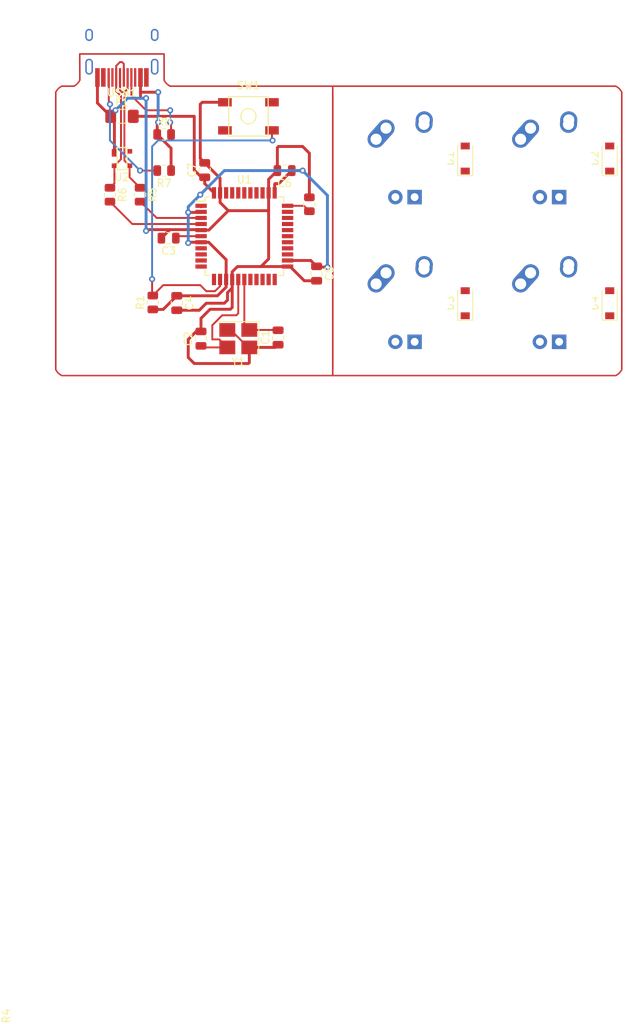
<source format=kicad_pcb>
(kicad_pcb (version 20211014) (generator pcbnew)
  (layers (0 "F.Cu" signal) (31 "B.Cu" signal) (34 "B.Paste" user) (35 "F.Paste" user) (36 "B.SilkS" user "B.Silkscreen") (37 "F.SilkS" user "F.Silkscreen") (38 "B.Mask" user) (39 "F.Mask" user) (44 "Edge.Cuts" user))
  (net 0 "")
  (net 1 "GND")
  (net 2 "Net-(C1-Pad2)")
  (net 3 "Net-(C2-Pad1)")
  (net 4 "Net-(C3-Pad1)")
  (net 5 "+5V")
  (net 6 "/ROW0")
  (net 7 "Net-(D1-Pad2)")
  (net 8 "Net-(D2-Pad2)")
  (net 9 "/ROW1")
  (net 10 "Net-(D3-Pad2)")
  (net 11 "Net-(D4-Pad2)")
  (net 12 "/COL0")
  (net 13 "/COL1")
  (net 14 "Net-(R1-Pad2)")
  (net 15 "Net-(R5-Pad2)")
  (net 16 "Net-(R4-Pad1)")
  (net 17 "Net-(R5-Pad1)")
  (net 18 "Net-(R6-Pad1)")
  (net 19 "Net-(R7-Pad2)")
  (net 20 "Net-(R6-Pad2)")
  (net 21 "Net-(R8-Pad2)")
  (net 22 "unconnected-(U1-Pad1)")
  (footprint "Capacitor_SMD:C_0805_2012Metric" (layer "F.Cu") (at 112.7125 71.4375 180)
    (fp_text reference "C6" (at 0 -1.68) (layer "F.SilkS"))
    (fp_text value "0.1uF")
    (fp_line (start -0.261252 0.735) (end 0.261252 0.735) (layer "F.SilkS") (width 0.12))
    (fp_line (start -0.261252 -0.735) (end 0.261252 -0.735) (layer "F.SilkS") (width 0.12))
    (pad "1" smd roundrect (at -0.95 0 180) (size 1 1.45) (layers "F.Cu" "F.Paste" "F.Mask") (net 5 "+5V"))
    (pad "2" smd roundrect (at 0.95 0 180) (size 1 1.45) (layers "F.Cu" "F.Paste" "F.Mask") (net 1 "GND"))
  )
  (footprint "Diode_SMD:D_SOD-123" (layer "F.Cu") (at 136.525 69.85 90)
    (fp_text reference "D1" (at 0 -2 90) (layer "F.SilkS"))
    (fp_text value "D_Small")
    (fp_line (start -2.25 -1) (end 1.65 -1) (layer "F.SilkS") (width 0.12))
    (fp_line (start -2.25 -1) (end -2.25 1) (layer "F.SilkS") (width 0.12))
    (fp_line (start -2.25 1) (end 1.65 1) (layer "F.SilkS") (width 0.12))
    (pad "1" smd rect (at -1.65 0 90) (size 0.9 1.2) (layers "F.Cu" "F.Paste" "F.Mask") (net 6 "/ROW0"))
    (pad "2" smd rect (at 1.65 0 90) (size 0.9 1.2) (layers "F.Cu" "F.Paste" "F.Mask") (net 7 "Net-(D1-Pad2)"))
  )
  (footprint "Resistor_SMD:R_0805_2012Metric" (layer "F.Cu") (at 89.69375 74.6125 -90)
    (fp_text reference "R6" (at 0 -1.65 90) (layer "F.SilkS"))
    (fp_text value "22")
    (fp_line (start -0.227064 0.735) (end 0.227064 0.735) (layer "F.SilkS") (width 0.12))
    (fp_line (start -0.227064 -0.735) (end 0.227064 -0.735) (layer "F.SilkS") (width 0.12))
    (pad "1" smd roundrect (at -0.9125 0 270) (size 1.025 1.4) (layers "F.Cu" "F.Paste" "F.Mask") (roundrect_rratio 0.243902) (net 18 "Net-(R6-Pad1)"))
    (pad "2" smd roundrect (at 0.9125 0 270) (size 1.025 1.4) (layers "F.Cu" "F.Paste" "F.Mask") (roundrect_rratio 0.243902) (net 20 "Net-(R6-Pad2)"))
  )
  (footprint "Capacitor_SMD:C_0805_2012Metric" (layer "F.Cu") (at 101.694463 93.563665 90)
    (fp_text reference "C2" (at 0 -1.68 90) (layer "F.SilkS"))
    (fp_text value "22pF")
    (fp_line (start -0.261252 0.735) (end 0.261252 0.735) (layer "F.SilkS") (width 0.12))
    (fp_line (start -0.261252 -0.735) (end 0.261252 -0.735) (layer "F.SilkS") (width 0.12))
    (pad "1" smd roundrect (at -0.95 0 90) (size 1 1.45) (layers "F.Cu" "F.Paste" "F.Mask") (net 3 "Net-(C2-Pad1)"))
    (pad "2" smd roundrect (at 0.95 0 90) (size 1 1.45) (layers "F.Cu" "F.Paste" "F.Mask") (net 1 "GND"))
  )
  (footprint "Crystal:Crystal_SMD_3225-4Pin_3.2x2.5mm_HandSoldering" (layer "F.Cu") (at 106.615713 93.566165 180)
    (fp_text reference "Y1" (at 0 -3.05) (layer "F.SilkS"))
    (fp_text value "16MHz")
    (fp_line (start -2.7 -2.25) (end -2.7 2.25) (layer "F.SilkS") (width 0.12))
    (fp_line (start -2.7 2.25) (end 2.7 2.25) (layer "F.SilkS") (width 0.12))
    (pad "1" smd rect (at -1.45 1.15 180) (size 2.1 1.8) (layers "F.Cu" "F.Paste" "F.Mask") (net 2 "Net-(C1-Pad2)"))
    (pad "2" smd rect (at 1.45 1.15 180) (size 2.1 1.8) (layers "F.Cu" "F.Paste" "F.Mask") (net 1 "GND"))
    (pad "3" smd rect (at 1.45 -1.15 180) (size 2.1 1.8) (layers "F.Cu" "F.Paste" "F.Mask") (net 3 "Net-(C2-Pad1)"))
    (pad "4" smd rect (at -1.45 -1.15 180) (size 2.1 1.8) (layers "F.Cu" "F.Paste" "F.Mask") (net 1 "GND"))
  )
  (footprint "Resistor_SMD:R_0805_2012Metric" (layer "F.Cu") (at 95.344463 88.803665 90)
    (fp_text reference "R1" (at 0 -1.65 90) (layer "F.SilkS"))
    (fp_text value "10k")
    (fp_line (start -0.227064 0.735) (end 0.227064 0.735) (layer "F.SilkS") (width 0.12))
    (fp_line (start -0.227064 -0.735) (end 0.227064 -0.735) (layer "F.SilkS") (width 0.12))
    (pad "1" smd roundrect (at -0.9125 0 90) (size 1.025 1.4) (layers "F.Cu" "F.Paste" "F.Mask") (roundrect_rratio 0.243902) (net 5 "+5V"))
    (pad "2" smd roundrect (at 0.9125 0 90) (size 1.025 1.4) (layers "F.Cu" "F.Paste" "F.Mask") (roundrect_rratio 0.243902) (net 14 "Net-(R1-Pad2)"))
  )
  (footprint "Resistor_SMD:R_0805_2012Metric" (layer "F.Cu") (at 96.8375 66.675)
    (fp_text reference "R8" (at 0 -1.65) (layer "F.SilkS"))
    (fp_text value "5.1k")
    (fp_line (start -0.227064 -0.735) (end 0.227064 -0.735) (layer "F.SilkS") (width 0.12))
    (fp_line (start -0.227064 0.735) (end 0.227064 0.735) (layer "F.SilkS") (width 0.12))
    (pad "1" smd roundrect (at -0.9125 0) (size 1.025 1.4) (layers "F.Cu" "F.Paste" "F.Mask") (roundrect_rratio 0.243902) (net 1 "GND"))
    (pad "2" smd roundrect (at 0.9125 0) (size 1.025 1.4) (layers "F.Cu" "F.Paste" "F.Mask") (roundrect_rratio 0.243902) (net 21 "Net-(R8-Pad2)"))
  )
  (footprint "Capacitor_SMD:C_0805_2012Metric" (layer "F.Cu") (at 111.854463 93.409915 90)
    (fp_text reference "C1" (at 0 -1.68 90) (layer "F.SilkS"))
    (fp_text value "22pF")
    (fp_line (start -0.261252 0.735) (end 0.261252 0.735) (layer "F.SilkS") (width 0.12))
    (fp_line (start -0.261252 -0.735) (end 0.261252 -0.735) (layer "F.SilkS") (width 0.12))
    (pad "1" smd roundrect (at -0.95 0 90) (size 1 1.45) (layers "F.Cu" "F.Paste" "F.Mask") (net 1 "GND"))
    (pad "2" smd roundrect (at 0.95 0 90) (size 1 1.45) (layers "F.Cu" "F.Paste" "F.Mask") (net 2 "Net-(C1-Pad2)"))
  )
  (footprint "MX_Alps_Hybrid:MX-1U" (layer "F.Cu") (at 147.6375 69.85)
    (fp_text reference "MX3")
    (fp_text value "MX-LED")
    (pad "" np_thru_hole circle locked (at 5.08 0 48.0996) (size 1.75 1.75) (drill 1.75) (layers *.Cu *.Mask))
    (pad "" np_thru_hole circle locked (at 0 0) (size 3.9878 3.9878) (drill 3.9878) (layers *.Cu *.Mask))
    (pad "" np_thru_hole circle locked (at -5.08 0 48.0996) (size 1.75 1.75) (drill 1.75) (layers *.Cu *.Mask))
    (pad "1" thru_hole oval locked (at -3.81 -2.54 48.0996) (size 4.211556 2.25) (drill 1.47 (offset 0.980778 0)) (layers *.Cu "B.Mask") (net 13 "/COL1"))
    (pad "1" thru_hole circle locked (at -2.5 -4) (size 2.25 2.25) (drill 1.47) (layers *.Cu "B.Mask") (net 13 "/COL1"))
    (pad "2" thru_hole circle locked (at 2.54 -5.08) (size 2.25 2.25) (drill 1.47) (layers *.Cu "B.Mask") (net 8 "Net-(D2-Pad2)"))
    (pad "2" thru_hole oval locked (at 2.5 -4.5 86.0548) (size 2.831378 2.25) (drill 1.47 (offset 0.290689 0)) (layers *.Cu "B.Mask") (net 8 "Net-(D2-Pad2)"))
    (pad "3" thru_hole circle locked (at -1.27 5.08) (size 1.905 1.905) (drill 1.04) (layers *.Cu "B.Mask"))
    (pad "4" thru_hole rect locked (at 1.27 5.08) (size 1.905 1.905) (drill 1.04) (layers *.Cu "B.Mask"))
  )
  (footprint "Resistor_SMD:R_0805_2012Metric" (layer "F.Cu") (at 96.8375 71.4375 180)
    (fp_text reference "R7" (at 0 -1.65) (layer "F.SilkS"))
    (fp_text value "5.1k")
    (fp_line (start -0.227064 -0.735) (end 0.227064 -0.735) (layer "F.SilkS") (width 0.12))
    (fp_line (start -0.227064 0.735) (end 0.227064 0.735) (layer "F.SilkS") (width 0.12))
    (pad "1" smd roundrect (at -0.9125 0 180) (size 1.025 1.4) (layers "F.Cu" "F.Paste" "F.Mask") (roundrect_rratio 0.243902) (net 1 "GND"))
    (pad "2" smd roundrect (at 0.9125 0 180) (size 1.025 1.4) (layers "F.Cu" "F.Paste" "F.Mask") (roundrect_rratio 0.243902) (net 19 "Net-(R7-Pad2)"))
  )
  (footprint "Resistor_SMD:R_0805_2012Metric" (layer "F.Cu") (at 115.980103 75.8715 90)
    (fp_text reference "R4" (at -106.8475 -39.9325 90) (layer "F.SilkS"))
    (fp_text value "10k")
    (fp_line (start -0.227064 -0.735) (end 0.227064 -0.735) (layer "F.SilkS") (width 0.12))
    (fp_line (start -0.227064 0.735) (end 0.227064 0.735) (layer "F.SilkS") (width 0.12))
    (pad "1" smd roundrect (at -0.9125 0 90) (size 1.025 1.4) (layers "F.Cu" "F.Paste" "F.Mask") (roundrect_rratio 0.243902) (net 16 "Net-(R4-Pad1)"))
    (pad "2" smd roundrect (at 0.9125 0 90) (size 1.025 1.4) (layers "F.Cu" "F.Paste" "F.Mask") (roundrect_rratio 0.243902) (net 1 "GND"))
  )
  (footprint "Diode_SMD:D_SOD-123" (layer "F.Cu") (at 136.525 88.9 90)
    (fp_text reference "D3" (at 0 -2 90) (layer "F.SilkS"))
    (fp_text value "D_Small")
    (fp_line (start -2.25 1) (end 1.65 1) (layer "F.SilkS") (width 0.12))
    (fp_line (start -2.25 -1) (end 1.65 -1) (layer "F.SilkS") (width 0.12))
    (fp_line (start -2.25 -1) (end -2.25 1) (layer "F.SilkS") (width 0.12))
    (pad "1" smd rect (at -1.65 0 90) (size 0.9 1.2) (layers "F.Cu" "F.Paste" "F.Mask") (net 9 "/ROW1"))
    (pad "2" smd rect (at 1.65 0 90) (size 0.9 1.2) (layers "F.Cu" "F.Paste" "F.Mask") (net 10 "Net-(D3-Pad2)"))
  )
  (footprint "MX_Alps_Hybrid:MX-1U" (layer "F.Cu") (at 128.5875 69.85)
    (fp_text reference "MX1")
    (fp_text value "MX-LED")
    (pad "" np_thru_hole circle locked (at -5.08 0 48.0996) (size 1.75 1.75) (drill 1.75) (layers *.Cu *.Mask))
    (pad "" np_thru_hole circle locked (at 0 0) (size 3.9878 3.9878) (drill 3.9878) (layers *.Cu *.Mask))
    (pad "" np_thru_hole circle locked (at 5.08 0 48.0996) (size 1.75 1.75) (drill 1.75) (layers *.Cu *.Mask))
    (pad "1" thru_hole oval locked (at -3.81 -2.54 48.0996) (size 4.211556 2.25) (drill 1.47 (offset 0.980778 0)) (layers *.Cu "B.Mask") (net 12 "/COL0"))
    (pad "1" thru_hole circle locked (at -2.5 -4) (size 2.25 2.25) (drill 1.47) (layers *.Cu "B.Mask") (net 12 "/COL0"))
    (pad "2" thru_hole circle locked (at 2.54 -5.08) (size 2.25 2.25) (drill 1.47) (layers *.Cu "B.Mask") (net 7 "Net-(D1-Pad2)"))
    (pad "2" thru_hole oval locked (at 2.5 -4.5 86.0548) (size 2.831378 2.25) (drill 1.47 (offset 0.290689 0)) (layers *.Cu "B.Mask") (net 7 "Net-(D1-Pad2)"))
    (pad "3" thru_hole circle locked (at -1.27 5.08) (size 1.905 1.905) (drill 1.04) (layers *.Cu "B.Mask"))
    (pad "4" thru_hole rect locked (at 1.27 5.08) (size 1.905 1.905) (drill 1.04) (layers *.Cu "B.Mask"))
  )
  (footprint "Resistor_SMD:R_0805_2012Metric" (layer "F.Cu") (at 93.6625 74.6125 -90)
    (fp_text reference "R5" (at 0 -1.65 90) (layer "F.SilkS"))
    (fp_text value "22")
    (fp_line (start -0.227064 0.735) (end 0.227064 0.735) (layer "F.SilkS") (width 0.12))
    (fp_line (start -0.227064 -0.735) (end 0.227064 -0.735) (layer "F.SilkS") (width 0.12))
    (pad "1" smd roundrect (at -0.9125 0 270) (size 1.025 1.4) (layers "F.Cu" "F.Paste" "F.Mask") (roundrect_rratio 0.243902) (net 17 "Net-(R5-Pad1)"))
    (pad "2" smd roundrect (at 0.9125 0 270) (size 1.025 1.4) (layers "F.Cu" "F.Paste" "F.Mask") (roundrect_rratio 0.243902) (net 15 "Net-(R5-Pad2)"))
  )
  (footprint "random-keyboard-parts:SOT143B" (layer "F.Cu") (at 91.28125 69.85)
    (fp_text reference "U2" (at 0 2.45) (layer "F.SilkS"))
    (fp_text value "PRTR5V0U2X")
    (fp_line (start 0.65 -1.45) (end -0.65 -1.45) (layer "F.SilkS") (width 0.15))
    (fp_line (start 0.65 -1.45) (end 0.65 1.45) (layer "F.SilkS") (width 0.15))
    (fp_line (start -0.65 -1.45) (end -0.65 1.45) (layer "F.SilkS") (width 0.15))
    (fp_line (start -0.65 1.45) (end 0.65 1.45) (layer "F.SilkS") (width 0.15))
    (pad "1" smd rect locked (at -1 -0.75 270) (size 1 0.7) (layers "F.Cu" "F.Paste" "F.Mask") (net 1 "GND"))
    (pad "2" smd rect locked (at -1 0.95 270) (size 0.6 0.7) (layers "F.Cu" "F.Paste" "F.Mask") (net 18 "Net-(R6-Pad1)"))
    (pad "3" smd rect locked (at 1 0.95 270) (size 0.6 0.7) (layers "F.Cu" "F.Paste" "F.Mask") (net 17 "Net-(R5-Pad1)"))
    (pad "4" smd rect locked (at 1 -0.95 270) (size 0.6 0.7) (layers "F.Cu" "F.Paste" "F.Mask"))
  )
  (footprint "Package_QFP:TQFP-44_10x10mm_P0.8mm" (layer "F.Cu") (at 107.409463 80.072415)
    (fp_text reference "U1" (at 0 -7.45) (layer "F.SilkS"))
    (fp_text value "ATmega32U4-A")
    (fp_line (start -5.175 5.175) (end -5.175 4.5) (layer "F.SilkS") (width 0.15))
    (fp_line (start -5.175 5.175) (end -4.5 5.175) (layer "F.SilkS") (width 0.15))
    (fp_line (start -5.175 -5.175) (end -4.5 -5.175) (layer "F.SilkS") (width 0.15))
    (fp_line (start 5.175 -5.175) (end 5.175 -4.5) (layer "F.SilkS") (width 0.15))
    (fp_line (start 5.175 -5.175) (end 4.5 -5.175) (layer "F.SilkS") (width 0.15))
    (fp_line (start -5.175 -4.6) (end -6.45 -4.6) (layer "F.SilkS") (width 0.15))
    (fp_line (start 5.175 5.175) (end 5.175 4.5) (layer "F.SilkS") (width 0.15))
    (fp_line (start 5.175 5.175) (end 4.5 5.175) (layer "F.SilkS") (width 0.15))
    (fp_line (start -5.175 -5.175) (end -5.175 -4.6) (layer "F.SilkS") (width 0.15))
    (pad "1" smd rect (at -5.7 -4) (size 1.5 0.55) (layers "F.Cu" "F.Paste" "F.Mask") (net 22 "unconnected-(U1-Pad1)"))
    (pad "2" smd rect (at -5.7 -3.2) (size 1.5 0.55) (layers "F.Cu" "F.Paste" "F.Mask") (net 5 "+5V"))
    (pad "3" smd rect (at -5.7 -2.4) (size 1.5 0.55) (layers "F.Cu" "F.Paste" "F.Mask") (net 15 "Net-(R5-Pad2)"))
    (pad "4" smd rect (at -5.7 -1.6) (size 1.5 0.55) (layers "F.Cu" "F.Paste" "F.Mask") (net 20 "Net-(R6-Pad2)"))
    (pad "5" smd rect (at -5.7 -0.8) (size 1.5 0.55) (layers "F.Cu" "F.Paste" "F.Mask") (net 1 "GND"))
    (pad "6" smd rect (at -5.7 0) (size 1.5 0.55) (layers "F.Cu" "F.Paste" "F.Mask") (net 4 "Net-(C3-Pad1)"))
    (pad "7" smd rect (at -5.7 0.8) (size 1.5 0.55) (layers "F.Cu" "F.Paste" "F.Mask") (net 5 "+5V"))
    (pad "8" smd rect (at -5.7 1.6) (size 1.5 0.55) (layers "F.Cu" "F.Paste" "F.Mask"))
    (pad "9" smd rect (at -5.7 2.4) (size 1.5 0.55) (layers "F.Cu" "F.Paste" "F.Mask"))
    (pad "10" smd rect (at -5.7 3.2) (size 1.5 0.55) (layers "F.Cu" "F.Paste" "F.Mask"))
    (pad "11" smd rect (at -5.7 4) (size 1.5 0.55) (layers "F.Cu" "F.Paste" "F.Mask"))
    (pad "12" smd rect (at -4 5.7 90) (size 1.5 0.55) (layers "F.Cu" "F.Paste" "F.Mask"))
    (pad "13" smd rect (at -3.2 5.7 90) (size 1.5 0.55) (layers "F.Cu" "F.Paste" "F.Mask") (net 14 "Net-(R1-Pad2)"))
    (pad "14" smd rect (at -2.4 5.7 90) (size 1.5 0.55) (layers "F.Cu" "F.Paste" "F.Mask") (net 5 "+5V"))
    (pad "15" smd rect (at -1.6 5.7 90) (size 1.5 0.55) (layers "F.Cu" "F.Paste" "F.Mask") (net 1 "GND"))
    (pad "16" smd rect (at -0.8 5.7 90) (size 1.5 0.55) (layers "F.Cu" "F.Paste" "F.Mask") (net 3 "Net-(C2-Pad1)"))
    (pad "17" smd rect (at 0 5.7 90) (size 1.5 0.55) (layers "F.Cu" "F.Paste" "F.Mask") (net 2 "Net-(C1-Pad2)"))
    (pad "18" smd rect (at 0.8 5.7 90) (size 1.5 0.55) (layers "F.Cu" "F.Paste" "F.Mask"))
    (pad "19" smd rect (at 1.6 5.7 90) (size 1.5 0.55) (layers "F.Cu" "F.Paste" "F.Mask"))
    (pad "20" smd rect (at 2.4 5.7 90) (size 1.5 0.55) (layers "F.Cu" "F.Paste" "F.Mask"))
    (pad "21" smd rect (at 3.2 5.7 90) (size 1.5 0.55) (layers "F.Cu" "F.Paste" "F.Mask"))
    (pad "22" smd rect (at 4 5.7 90) (size 1.5 0.55) (layers "F.Cu" "F.Paste" "F.Mask"))
    (pad "23" smd rect (at 5.7 4) (size 1.5 0.55) (layers "F.Cu" "F.Paste" "F.Mask") (net 1 "GND"))
    (pad "24" smd rect (at 5.7 3.2) (size 1.5 0.55) (layers "F.Cu" "F.Paste" "F.Mask") (net 5 "+5V"))
    (pad "25" smd rect (at 5.7 2.4) (size 1.5 0.55) (layers "F.Cu" "F.Paste" "F.Mask"))
    (pad "26" smd rect (at 5.7 1.6) (size 1.5 0.55) (layers "F.Cu" "F.Paste" "F.Mask"))
    (pad "27" smd rect (at 5.7 0.8) (size 1.5 0.55) (layers "F.Cu" "F.Paste" "F.Mask"))
    (pad "28" smd rect (at 5.7 0) (size 1.5 0.55) (layers "F.Cu" "F.Paste" "F.Mask"))
    (pad "29" smd rect (at 5.7 -0.8) (size 1.5 0.55) (layers "F.Cu" "F.Paste" "F.Mask"))
    (pad "30" smd rect (at 5.7 -1.6) (size 1.5 0.55) (layers "F.Cu" "F.Paste" "F.Mask"))
    (pad "31" smd rect (at 5.7 -2.4) (size 1.5 0.55) (layers "F.Cu" "F.Paste" "F.Mask"))
    (pad "32" smd rect (at 5.7 -3.2) (size 1.5 0.55) (layers "F.Cu" "F.Paste" "F.Mask"))
    (pad "33" smd rect (at 5.7 -4) (size 1.5 0.55) (layers "F.Cu" "F.Paste" "F.Mask") (net 16 "Net-(R4-Pad1)"))
    (pad "34" smd rect (at 4 -5.7 90) (size 1.5 0.55) (layers "F.Cu" "F.Paste" "F.Mask") (net 5 "+5V"))
    (pad "35" smd rect (at 3.2 -5.7 90) (size 1.5 0.55) (layers "F.Cu" "F.Paste" "F.Mask") (net 1 "GND"))
    (pad "36" smd rect (at 2.4 -5.7 90) (size 1.5 0.55) (layers "F.Cu" "F.Paste" "F.Mask"))
    (pad "37" smd rect (at 1.6 -5.7 90) (size 1.5 0.55) (layers "F.Cu" "F.Paste" "F.Mask"))
    (pad "38" smd rect (at 0.8 -5.7 90) (size 1.5 0.55) (layers "F.Cu" "F.Paste" "F.Mask"))
    (pad "39" smd rect (at 0 -5.7 90) (size 1.5 0.55) (layers "F.Cu" "F.Paste" "F.Mask"))
    (pad "40" smd rect (at -0.8 -5.7 90) (size 1.5 0.55) (layers "F.Cu" "F.Paste" "F.Mask"))
    (pad "41" smd rect (at -1.6 -5.7 90) (size 1.5 0.55) (layers "F.Cu" "F.Paste" "F.Mask"))
    (pad "42" smd rect (at -2.4 -5.7 90) (size 1.5 0.55) (layers "F.Cu" "F.Paste" "F.Mask"))
    (pad "43" smd rect (at -3.2 -5.7 90) (size 1.5 0.55) (layers "F.Cu" "F.Paste" "F.Mask") (net 1 "GND"))
    (pad "44" smd rect (at -4 -5.7 90) (size 1.5 0.55) (layers "F.Cu" "F.Paste" "F.Mask") (net 5 "+5V"))
  )
  (footprint "Diode_SMD:D_SOD-123" (layer "F.Cu") (at 155.575 88.9 90)
    (fp_text reference "D4" (at 0 -2 90) (layer "F.SilkS"))
    (fp_text value "D_Small")
    (fp_line (start -2.25 1) (end 1.65 1) (layer "F.SilkS") (width 0.12))
    (fp_line (start -2.25 -1) (end 1.65 -1) (layer "F.SilkS") (width 0.12))
    (fp_line (start -2.25 -1) (end -2.25 1) (layer "F.SilkS") (width 0.12))
    (pad "1" smd rect (at -1.65 0 90) (size 0.9 1.2) (layers "F.Cu" "F.Paste" "F.Mask") (net 9 "/ROW1"))
    (pad "2" smd rect (at 1.65 0 90) (size 0.9 1.2) (layers "F.Cu" "F.Paste" "F.Mask") (net 11 "Net-(D4-Pad2)"))
  )
  (footprint "Fuse:Fuse_1206_3216Metric_Pad1.42x1.75mm_HandSolder" (layer "F.Cu") (at 91.28125 64.29375)
    (fp_text reference "F1" (at 0 -1.82) (layer "F.SilkS"))
    (fp_text value "500m")
    (fp_line (start -0.602064 0.91) (end 0.602064 0.91) (layer "F.SilkS") (width 0.12))
    (fp_line (start -0.602064 -0.91) (end 0.602064 -0.91) (layer "F.SilkS") (width 0.12))
    (pad "1" smd roundrect (at -1.4875 0) (size 1.425 1.75) (layers "F.Cu" "F.Paste" "F.Mask") (roundrect_rratio 0.175439) (net 1 "GND"))
    (pad "2" smd roundrect (at 1.4875 0) (size 1.425 1.75) (layers "F.Cu" "F.Paste" "F.Mask") (roundrect_rratio 0.175439) (net 5 "+5V"))
  )
  (footprint "Diode_SMD:D_SOD-123" (layer "F.Cu") (at 155.575 69.85 90)
    (fp_text reference "D2" (at 0 -2 90) (layer "F.SilkS"))
    (fp_text value "D_Small")
    (fp_line (start -2.25 1) (end 1.65 1) (layer "F.SilkS") (width 0.12))
    (fp_line (start -2.25 -1) (end 1.65 -1) (layer "F.SilkS") (width 0.12))
    (fp_line (start -2.25 -1) (end -2.25 1) (layer "F.SilkS") (width 0.12))
    (pad "1" smd rect (at -1.65 0 90) (size 0.9 1.2) (layers "F.Cu" "F.Paste" "F.Mask") (net 6 "/ROW0"))
    (pad "2" smd rect (at 1.65 0 90) (size 0.9 1.2) (layers "F.Cu" "F.Paste" "F.Mask") (net 8 "Net-(D2-Pad2)"))
  )
  (footprint "Capacitor_SMD:C_0805_2012Metric" (layer "F.Cu") (at 116.934463 84.993665 -90)
    (fp_text reference "C5" (at 0 -1.68 90) (layer "F.SilkS"))
    (fp_text value "0.1uF")
    (fp_line (start -0.261252 0.735) (end 0.261252 0.735) (layer "F.SilkS") (width 0.12))
    (fp_line (start -0.261252 -0.735) (end 0.261252 -0.735) (layer "F.SilkS") (width 0.12))
    (pad "1" smd roundrect (at -0.95 0 270) (size 1 1.45) (layers "F.Cu" "F.Paste" "F.Mask") (net 5 "+5V"))
    (pad "2" smd roundrect (at 0.95 0 270) (size 1 1.45) (layers "F.Cu" "F.Paste" "F.Mask") (net 1 "GND"))
  )
  (footprint "random-keyboard-parts:SKQG-1155865" (layer "F.Cu") (at 107.95 64.29375 180)
    (fp_text reference "SW1" (at 0 4.064) (layer "F.SilkS"))
    (fp_text value "SW_Push")
    (fp_line (start -2.6 2.6) (end -2.6 -2.6) (layer "F.SilkS") (width 0.15))
    (fp_line (start 2.6 -2.6) (end 2.6 2.6) (layer "F.SilkS") (width 0.15))
    (fp_line (start 2.6 2.6) (end -2.6 2.6) (layer "F.SilkS") (width 0.15))
    (fp_line (start -2.6 -2.6) (end 2.6 -2.6) (layer "F.SilkS") (width 0.15))
    (fp_circle (center 0 0) (end 1 0) (layer "F.SilkS") (width 0.15) (fill none))
    (pad "1" smd rect locked (at 3.1 1.85 180) (size 1.8 1.1) (layers "F.Cu" "F.Paste" "F.Mask") (net 1 "GND"))
    (pad "2" smd rect locked (at -3.1 -1.85 180) (size 1.8 1.1) (layers "F.Cu" "F.Paste" "F.Mask") (net 14 "Net-(R1-Pad2)"))
    (pad "3" smd rect locked (at 3.1 -1.85 180) (size 1.8 1.1) (layers "F.Cu" "F.Paste" "F.Mask"))
    (pad "4" smd rect locked (at -3.1 1.85 180) (size 1.8 1.1) (layers "F.Cu" "F.Paste" "F.Mask"))
  )
  (footprint "Capacitor_SMD:C_0805_2012Metric" (layer "F.Cu") (at 98.505215 88.872638 -90)
    (fp_text reference "C4" (at 0 -1.68 90) (layer "F.SilkS"))
    (fp_text value "0.1uF")
    (fp_line (start -0.261252 0.735) (end 0.261252 0.735) (layer "F.SilkS") (width 0.12))
    (fp_line (start -0.261252 -0.735) (end 0.261252 -0.735) (layer "F.SilkS") (width 0.12))
    (pad "1" smd roundrect (at -0.95 0 270) (size 1 1.45) (layers "F.Cu" "F.Paste" "F.Mask") (net 5 "+5V"))
    (pad "2" smd roundrect (at 0.95 0 270) (size 1 1.45) (layers "F.Cu" "F.Paste" "F.Mask") (net 1 "GND"))
  )
  (footprint "MX_Alps_Hybrid:MX-1U" (layer "F.Cu") (at 147.6375 88.9)
    (fp_text reference "MX4")
    (fp_text value "MX-LED")
    (pad "" np_thru_hole circle locked (at 5.08 0 48.0996) (size 1.75 1.75) (drill 1.75) (layers *.Cu *.Mask))
    (pad "" np_thru_hole circle locked (at 0 0) (size 3.9878 3.9878) (drill 3.9878) (layers *.Cu *.Mask))
    (pad "" np_thru_hole circle locked (at -5.08 0 48.0996) (size 1.75 1.75) (drill 1.75) (layers *.Cu *.Mask))
    (pad "1" thru_hole circle locked (at -2.5 -4) (size 2.25 2.25) (drill 1.47) (layers *.Cu "B.Mask") (net 13 "/COL1"))
    (pad "1" thru_hole oval locked (at -3.81 -2.54 48.0996) (size 4.211556 2.25) (drill 1.47 (offset 0.980778 0)) (layers *.Cu "B.Mask") (net 13 "/COL1"))
    (pad "2" thru_hole circle locked (at 2.54 -5.08) (size 2.25 2.25) (drill 1.47) (layers *.Cu "B.Mask") (net 11 "Net-(D4-Pad2)"))
    (pad "2" thru_hole oval locked (at 2.5 -4.5 86.0548) (size 2.831378 2.25) (drill 1.47 (offset 0.290689 0)) (layers *.Cu "B.Mask") (net 11 "Net-(D4-Pad2)"))
    (pad "3" thru_hole circle locked (at -1.27 5.08) (size 1.905 1.905) (drill 1.04) (layers *.Cu "B.Mask"))
    (pad "4" thru_hole rect locked (at 1.27 5.08) (size 1.905 1.905) (drill 1.04) (layers *.Cu "B.Mask"))
  )
  (footprint "Type-C:HRO-TYPE-C-31-M-12-HandSoldering" (layer "F.Cu") (at 91.269186 50.9775 180)
    (fp_text reference "USB1" (at 0 -10.2) (layer "F.SilkS"))
    (fp_text value "HRO-TYPE-C-31-M-12")
    (pad "" np_thru_hole circle locked (at -2.89 -6.25 180) (size 0.65 0.65) (drill 0.65) (layers *.Cu *.Mask))
    (pad "" np_thru_hole circle locked (at 2.89 -6.25 180) (size 0.65 0.65) (drill 0.65) (layers *.Cu *.Mask))
    (pad "1" smd rect locked (at -3.225 -8.195 180) (size 0.6 2.45) (layers "F.Cu" "F.Paste" "F.Mask"))
    (pad "2" smd rect locked (at -2.45 -8.195 180) (size 0.6 2.45) (layers "F.Cu" "F.Paste" "F.Mask") (net 1 "GND"))
    (pad "3" smd rect locked (at -1.75 -8.195 180) (size 0.3 2.45) (layers "F.Cu" "F.Paste" "F.Mask"))
    (pad "4" smd rect locked (at -1.25 -8.195 180) (size 0.3 2.45) (layers "F.Cu" "F.Paste" "F.Mask") (net 21 "Net-(R8-Pad2)"))
    (pad "5" smd rect locked (at -0.75 -8.195 180) (size 0.3 2.45) (layers "F.Cu" "F.Paste" "F.Mask") (net 17 "Net-(R5-Pad1)"))
    (pad "6" smd rect locked (at -0.25 -8.195 180) (size 0.3 2.45) (layers "F.Cu" "F.Paste" "F.Mask") (net 18 "Net-(R6-Pad1)"))
    (pad "7" smd rect locked (at 0.25 -8.195 180) (size 0.3 2.45) (layers "F.Cu" "F.Paste" "F.Mask") (net 17 "Net-(R5-Pad1)"))
    (pad "8" smd rect locked (at 0.75 -8.195 180) (size 0.3 2.45) (layers "F.Cu" "F.Paste" "F.Mask") (net 18 "Net-(R6-Pad1)"))
    (pad "9" smd rect locked (at 1.25 -8.195 180) (size 0.3 2.45) (layers "F.Cu" "F.Paste" "F.Mask"))
    (pad "10" smd rect locked (at 1.75 -8.195 180) (size 0.3 2.45) (layers "F.Cu" "F.Paste" "F.Mask") (net 19 "Net-(R7-Pad2)"))
    (pad "11" smd rect locked (at 2.45 -8.195 180) (size 0.6 2.45) (layers "F.Cu" "F.Paste" "F.Mask"))
    (pad "12" smd rect locked (at 3.225 -8.195 180) (size 0.6 2.45) (layers "F.Cu" "F.Paste" "F.Mask") (net 1 "GND"))
    (pad "13" thru_hole oval locked (at 4.32 -6.78 180) (size 1 2.1) (drill oval 0.6 1.7) (layers *.Cu "B.Mask") (net 1 "GND"))
    (pad "13" thru_hole oval locked (at -4.32 -6.78 180) (size 1 2.1) (drill oval 0.6 1.7) (layers *.Cu "B.Mask") (net 1 "GND"))
    (pad "13" thru_hole oval locked (at 4.32 -2.6 180) (size 1 1.6) (drill oval 0.6 1.2) (layers *.Cu "B.Mask") (net 1 "GND"))
    (pad "13" thru_hole oval locked (at -4.32 -2.6 180) (size 1 1.6) (drill oval 0.6 1.2) (layers *.Cu "B.Mask") (net 1 "GND"))
  )
  (footprint "Capacitor_SMD:C_0805_2012Metric" (layer "F.Cu") (at 102.182777 71.368527 90)
    (fp_text reference "C7" (at 0 -1.68 90) (layer "F.SilkS"))
    (fp_text value "10uF")
    (fp_line (start -0.261252 -0.735) (end 0.261252 -0.735) (layer "F.SilkS") (width 0.12))
    (fp_line (start -0.261252 0.735) (end 0.261252 0.735) (layer "F.SilkS") (width 0.12))
    (pad "1" smd roundrect (at -0.95 0 90) (size 1 1.45) (layers "F.Cu" "F.Paste" "F.Mask") (net 5 "+5V"))
    (pad "2" smd roundrect (at 0.95 0 90) (size 1 1.45) (layers "F.Cu" "F.Paste" "F.Mask") (net 1 "GND"))
  )
  (footprint "Capacitor_SMD:C_0805_2012Metric" (layer "F.Cu") (at 97.426519 80.3275 180)
    (fp_text reference "C3" (at 0 -1.68) (layer "F.SilkS"))
    (fp_text value "1uF")
    (fp_line (start -0.261252 -0.735) (end 0.261252 -0.735) (layer "F.SilkS") (width 0.12))
    (fp_line (start -0.261252 0.735) (end 0.261252 0.735) (layer "F.SilkS") (width 0.12))
    (pad "1" smd roundrect (at -0.95 0 180) (size 1 1.45) (layers "F.Cu" "F.Paste" "F.Mask") (net 4 "Net-(C3-Pad1)"))
    (pad "2" smd roundrect (at 0.95 0 180) (size 1 1.45) (layers "F.Cu" "F.Paste" "F.Mask") (net 1 "GND"))
  )
  (footprint "MX_Alps_Hybrid:MX-1U" (layer "F.Cu") (at 128.5875 88.9)
    (fp_text reference "MX2")
    (fp_text value "MX-LED")
    (pad "" np_thru_hole circle locked (at -5.08 0 48.0996) (size 1.75 1.75) (drill 1.75) (layers *.Cu *.Mask))
    (pad "" np_thru_hole circle locked (at 5.08 0 48.0996) (size 1.75 1.75) (drill 1.75) (layers *.Cu *.Mask))
    (pad "" np_thru_hole circle locked (at 0 0) (size 3.9878 3.9878) (drill 3.9878) (layers *.Cu *.Mask))
    (pad "1" thru_hole circle locked (at -2.5 -4) (size 2.25 2.25) (drill 1.47) (layers *.Cu "B.Mask") (net 12 "/COL0"))
    (pad "1" thru_hole oval locked (at -3.81 -2.54 48.0996) (size 4.211556 2.25) (drill 1.47 (offset 0.980778 0)) (layers *.Cu "B.Mask") (net 12 "/COL0"))
    (pad "2" thru_hole circle locked (at 2.54 -5.08) (size 2.25 2.25) (drill 1.47) (layers *.Cu "B.Mask") (net 10 "Net-(D3-Pad2)"))
    (pad "2" thru_hole oval locked (at 2.5 -4.5 86.0548) (size 2.831378 2.25) (drill 1.47 (offset 0.290689 0)) (layers *.Cu "B.Mask") (net 10 "Net-(D3-Pad2)"))
    (pad "3" thru_hole circle locked (at -1.27 5.08) (size 1.905 1.905) (drill 1.04) (layers *.Cu "B.Mask"))
    (pad "4" thru_hole rect locked (at 1.27 5.08) (size 1.905 1.905) (drill 1.04) (layers *.Cu "B.Mask"))
  )
  (gr_line (start 144.462501 60.325) (end 119.856251 60.325) (layer "F.Cu") (width 0.2))
  (gr_line (start 83.343749 98.424999) (end 119.062501 98.425) (layer "F.Cu") (width 0.2))
  (gr_line (start 119.062501 98.425) (end 156.32301 98.425) (layer "F.Cu") (width 0.2))
  (gr_line (start 119.062501 61.171302) (end 119.062501 97.554996) (layer "F.Cu") (width 0.2))
  (gr_arc (start 83.343749 98.424999) (mid 82.882481 98.09252) (end 82.55 97.63125) (layer "F.Cu") (width 0.2))
  (gr_line (start 85.725 59.531249) (end 85.712936 56.083623) (layer "F.Cu") (width 0.2))
  (gr_arc (start 97.63125 60.324999) (mid 97.169972 59.992528) (end 96.8375 59.53125) (layer "F.Cu") (width 0.2))
  (gr_arc (start 85.725 59.531249) (mid 85.392529 59.992527) (end 84.931251 60.324999) (layer "F.Cu") (width 0.2))
  (gr_line (start 96.825436 56.083623) (end 96.8375 59.531249) (layer "F.Cu") (width 0.2))
  (gr_arc (start 82.55 61.118749) (mid 82.882465 60.657463) (end 83.343749 60.325) (layer "F.Cu") (width 0.2))
  (gr_line (start 157.162501 97.63125) (end 157.1625 61.11875) (layer "F.Cu") (width 0.2))
  (gr_line (start 156.368751 60.325001) (end 144.462501 60.325) (layer "F.Cu") (width 0.2))
  (gr_line (start 84.931251 60.324999) (end 83.34375 60.324999) (layer "F.Cu") (width 0.2))
  (gr_arc (start 156.368751 60.325001) (mid 156.830019 60.65748) (end 157.1625 61.11875) (layer "F.Cu") (width 0.2))
  (gr_line (start 119.856251 60.325) (end 97.63125 60.324999) (layer "F.Cu") (width 0.2))
  (gr_arc (start 157.162501 97.63125) (mid 156.830036 98.092537) (end 156.368752 98.424999) (layer "F.Cu") (width 0.2))
  (gr_line (start 85.712936 56.083623) (end 96.825436 56.083623) (layer "F.Cu") (width 0.2))
  (gr_line (start 119.062501 98.425) (end 119.062501 60.325) (layer "F.Cu") (width 0.2))
  (gr_line (start 82.55 61.171301) (end 82.55 97.554995) (layer "F.Cu") (width 0.2))
  (segment (start 101.709463 79.272415) (end 101.649048 79.212) (width 0.381) (layer "F.Cu") (net 1))
  (segment (start 115.980103 69.148853) (end 115.09375 68.2625) (width 0.381) (layer "F.Cu") (net 1))
  (segment (start 90.28125 69.1) (end 90.28125 64.78125) (width 0.381) (layer "F.Cu") (net 1))
  (segment (start 108.065713 96.721787) (end 107.95 96.8375) (width 0.381) (layer "F.Cu") (net 1))
  (segment (start 105.615713 92.416165) (end 105.165713 92.416165) (width 0.25) (layer "F.Cu") (net 1))
  (segment (start 101.6 69.83575) (end 101.6 62.70625) (width 0.381) (layer "F.Cu") (net 1))
  (segment (start 100.80625 96.8375) (end 100.0125 96.04375) (width 0.381) (layer "F.Cu") (net 1))
  (segment (start 110.609463 72.590537) (end 110.609463 74.372415) (width 0.381) (layer "F.Cu") (net 1))
  (segment (start 94.45625 61.9125) (end 93.6625 61.9125) (width 0.381) (layer "F.Cu") (net 1))
  (segment (start 104.775 88.9) (end 105.188611 88.486389) (width 0.381) (layer "F.Cu") (net 1))
  (segment (start 115.09375 68.2625) (end 111.91875 68.2625) (width 0.381) (layer "F.Cu") (net 1))
  (segment (start 95.925 66.675) (end 95.925 65.20625) (width 0.381) (layer "F.Cu") (net 1))
  (segment (start 97.592019 79.212) (end 94.61925 79.212) (width 0.381) (layer "F.Cu") (net 1))
  (segment (start 113.109463 84.072415) (end 109.602585 84.072415) (width 0.381) (layer "F.Cu") (net 1))
  (segment (start 108.065713 94.716165) (end 108.065713 96.721787) (width 0.381) (layer "F.Cu") (net 1))
  (segment (start 93.719186 61.175436) (end 93.719186 59.1725) (width 0.381) (layer "F.Cu") (net 1))
  (segment (start 104.209463 75.634463) (end 104.209463 74.372415) (width 0.381) (layer "F.Cu") (net 1))
  (segment (start 97.75 68.5) (end 95.925 66.675) (width 0.381) (layer "F.Cu") (net 1))
  (segment (start 113.441165 84.072415) (end 113.109463 84.072415) (width 0.381) (layer "F.Cu") (net 1))
  (segment (start 111.91875 68.2625) (end 111.7625 68.41875) (width 0.381) (layer "F.Cu") (net 1))
  (segment (start 110.609463 83.065537) (end 110.609463 76.715537) (width 0.381) (layer "F.Cu") (net 1))
  (segment (start 115.312415 85.943665) (end 113.441165 84.072415) (width 0.381) (layer "F.Cu") (net 1))
  (segment (start 102.894128 89.69375) (end 105.56875 89.69375) (width 0.381) (layer "F.Cu") (net 1))
  (segment (start 111.498213 94.716165) (end 111.854463 94.359915) (width 0.381) (layer "F.Cu") (net 1))
  (segment (start 111.7625 71.4375) (end 110.609463 72.590537) (width 0.381) (layer "F.Cu") (net 1))
  (segment (start 116.934463 85.943665) (end 115.312415 85.943665) (width 0.381) (layer "F.Cu") (net 1))
  (segment (start 100.0125 93.6625) (end 101.061335 92.613665) (width 0.381) (layer "F.Cu") (net 1))
  (segment (start 97.592019 79.212) (end 96.476519 80.3275) (width 0.381) (layer "F.Cu") (net 1))
  (segment (start 95.925 65.20625) (end 96.04375 65.0875) (width 0.381) (layer "F.Cu") (net 1))
  (segment (start 108.065713 94.716165) (end 107.915713 94.716165) (width 0.25) (layer "F.Cu") (net 1))
  (segment (start 110.609463 76.715537) (end 110.609463 74.372415) (width 0.381) (layer "F.Cu") (net 1))
  (segment (start 107.95 96.8375) (end 100.80625 96.8375) (width 0.381) (layer "F.Cu") (net 1))
  (segment (start 104.209463 74.372415) (end 104.209463 72.445213) (width 0.381) (layer "F.Cu") (net 1))
  (segment (start 101.649048 79.212) (end 97.592019 79.212) (width 0.381) (layer "F.Cu") (net 1))
  (segment (start 105.290537 76.715537) (end 102.733659 79.272415) (width 0.381) (layer "F.Cu") (net 1))
  (segment (start 101.471112 89.822638) (end 102.39375 88.9) (width 0.381) (layer "F.Cu") (net 1))
  (segment (start 93.775872 61.11875) (end 93.719186 61.175436) (width 0.381) (layer "F.Cu") (net 1))
  (segment (start 110.609463 76.715537) (end 105.290537 76.715537) (width 0.381) (layer "F.Cu") (net 1))
  (segment (start 96.04375 61.11875) (end 93.775872 61.11875) (width 0.381) (layer "F.Cu") (net 1))
  (segment (start 111.7625 68.41875) (end 111.7625 71.4375) (width 0.381) (layer "F.Cu") (net 1))
  (segment (start 97.75 71.4375) (end 97.75 68.5) (width 0.381) (layer "F.Cu") (net 1))
  (segment (start 105.809463 84.766415) (end 105.809463 85.772415) (width 0.381) (layer "F.Cu") (net 1))
  (segment (start 102.39375 88.9) (end 104.775 88.9) (width 0.381) (layer "F.Cu") (net 1))
  (segment (start 89.79375 64.29375) (end 88.044186 62.544186) (width 0.381) (layer "F.Cu") (net 1))
  (segment (start 109.602585 84.072415) (end 110.609463 83.065537) (width 0.381) (layer "F.Cu") (net 1))
  (segment (start 104.209463 72.445213) (end 102.182777 70.418527) (width 0.381) (layer "F.Cu") (net 1))
  (segment (start 105.188611 88.486389) (end 105.188611 87.509338) (width 0.381) (layer "F.Cu") (net 1))
  (segment (start 101.6 62.70625) (end 101.8625 62.44375) (width 0.381) (layer "F.Cu") (net 1))
  (segment (start 89.79375 64.29375) (end 89.79375 64.129686) (width 0.381) (layer "F.Cu") (net 1))
  (segment (start 90.28125 64.78125) (end 89.79375 64.29375) (width 0.381) (layer "F.Cu") (net 1))
  (segment (start 107.915713 94.716165) (end 105.615713 92.416165) (width 0.25) (layer "F.Cu") (net 1))
  (segment (start 102.733659 79.272415) (end 101.709463 79.272415) (width 0.381) (layer "F.Cu") (net 1))
  (segment (start 101.694463 90.893415) (end 102.894128 89.69375) (width 0.381) (layer "F.Cu") (net 1))
  (segment (start 105.290537 76.715537) (end 104.209463 75.634463) (width 0.381) (layer "F.Cu") (net 1))
  (segment (start 88.044186 62.544186) (end 88.044186 59.1725) (width 0.381) (layer "F.Cu") (net 1))
  (segment (start 94.61925 79.212) (end 94.45625 79.375) (width 0.381) (layer "F.Cu") (net 1))
  (segment (start 105.188611 87.509338) (end 105.809463 86.888486) (width 0.381) (layer "F.Cu") (net 1))
  (segment (start 108.065713 94.716165) (end 111.498213 94.716165) (width 0.381) (layer "F.Cu") (net 1))
  (segment (start 98.505215 89.822638) (end 101.471112 89.822638) (width 0.381) (layer "F.Cu") (net 1))
  (segment (start 109.602585 84.072415) (end 106.503463 84.072415) (width 0.381) (layer "F.Cu") (net 1))
  (segment (start 100.0125 96.04375) (end 100.0125 93.6625) (width 0.381) (layer "F.Cu") (net 1))
  (segment (start 105.56875 89.69375) (end 105.809463 89.453037) (width 0.381) (layer "F.Cu") (net 1))
  (segment (start 105.809463 89.453037) (end 105.809463 85.772415) (width 0.381) (layer "F.Cu") (net 1))
  (segment (start 115.980103 74.959) (end 115.980103 69.148853) (width 0.381) (layer "F.Cu") (net 1))
  (segment (start 89.79375 64.129686) (end 90.423436 63.5) (width 0.381) (layer "F.Cu") (net 1))
  (segment (start 102.182777 70.418527) (end 101.6 69.83575) (width 0.381) (layer "F.Cu") (net 1))
  (segment (start 93.6625 61.9125) (end 93.719186 61.855814) (width 0.381) (layer "F.Cu") (net 1))
  (segment (start 106.503463 84.072415) (end 105.809463 84.766415) (width 0.381) (layer "F.Cu") (net 1))
  (segment (start 93.719186 61.855814) (end 93.719186 61.175436) (width 0.381) (layer "F.Cu") (net 1))
  (segment (start 101.061335 92.613665) (end 101.694463 92.613665) (width 0.381) (layer "F.Cu") (net 1))
  (segment (start 105.809463 86.888486) (end 105.809463 85.772415) (width 0.381) (layer "F.Cu") (net 1))
  (segment (start 101.8625 62.44375) (end 104.85 62.44375) (width 0.381) (layer "F.Cu") (net 1))
  (segment (start 101.694463 92.613665) (end 101.694463 90.893415) (width 0.381) (layer "F.Cu") (net 1))
  (via (at 96.04375 65.0875) (size 0.8) (drill 0.4) (layers "F.Cu" "B.Cu") (net 1))
  (via (at 94.45625 61.9125) (size 0.8) (drill 0.4) (layers "F.Cu" "B.Cu") (net 1))
  (via (at 96.04375 61.11875) (size 0.8) (drill 0.4) (layers "F.Cu" "B.Cu") (net 1))
  (via (at 94.45625 79.375) (size 0.8) (drill 0.4) (layers "F.Cu" "B.Cu") (net 1))
  (via (at 90.423436 63.5) (size 0.8) (drill 0.4) (layers "F.Cu" "B.Cu") (net 1))
  (segment (start 94.45625 79.375) (end 94.45625 61.9125) (width 0.381) (layer "B.Cu") (net 1))
  (segment (start 96.04375 65.0875) (end 96.04375 61.11875) (width 0.381) (layer "B.Cu") (net 1))
  (segment (start 90.423436 63.5) (end 92.010936 61.9125) (width 0.381) (layer "B.Cu") (net 1))
  (segment (start 92.010936 61.9125) (end 94.45625 61.9125) (width 0.381) (layer "B.Cu") (net 1))
  (segment (start 111.810713 92.416165) (end 108.065713 92.416165) (width 0.25) (layer "F.Cu") (net 2))
  (segment (start 107.409463 91.759915) (end 107.409463 85.772415) (width 0.25) (layer "F.Cu") (net 2))
  (segment (start 111.854463 92.459915) (end 111.810713 92.416165) (width 0.25) (layer "F.Cu") (net 2))
  (segment (start 108.065713 92.416165) (end 107.409463 91.759915) (width 0.25) (layer "F.Cu") (net 2))
  (segment (start 103.1875 91.794378) (end 104.494378 90.4875) (width 0.25) (layer "F.Cu") (net 3))
  (segment (start 104.112048 93.6625) (end 103.1875 93.6625) (width 0.25) (layer "F.Cu") (net 3))
  (segment (start 103.1875 93.6625) (end 103.1875 91.794378) (width 0.25) (layer "F.Cu") (net 3))
  (segment (start 105.165713 94.716165) (end 104.112048 93.6625) (width 0.25) (layer "F.Cu") (net 3))
  (segment (start 101.694463 94.513665) (end 101.896963 94.716165) (width 0.25) (layer "F.Cu") (net 3))
  (segment (start 101.896963 94.716165) (end 105.165713 94.716165) (width 0.25) (layer "F.Cu") (net 3))
  (segment (start 104.494378 90.4875) (end 106.3625 90.4875) (width 0.25) (layer "F.Cu") (net 3))
  (segment (start 106.3625 90.4875) (end 106.609463 90.240537) (width 0.25) (layer "F.Cu") (net 3))
  (segment (start 106.609463 90.240537) (end 106.609463 85.772415) (width 0.25) (layer "F.Cu") (net 3))
  (segment (start 98.376519 80.3275) (end 98.631604 80.072415) (width 0.25) (layer "F.Cu") (net 4))
  (segment (start 98.631604 80.072415) (end 101.709463 80.072415) (width 0.25) (layer "F.Cu") (net 4))
  (segment (start 102.182777 73.145729) (end 102.624774 73.587726) (width 0.381) (layer "F.Cu") (net 5))
  (segment (start 103.86524 87.922638) (end 105.009463 86.778415) (width 0.381) (layer "F.Cu") (net 5))
  (segment (start 118.363001 84.1375) (end 117.028298 84.1375) (width 0.381) (layer "F.Cu") (net 5))
  (segment (start 102.182777 72.318527) (end 102.182777 73.145729) (width 0.381) (layer "F.Cu") (net 5))
  (segment (start 100.0125 76.947915) (end 101.633963 76.947915) (width 0.381) (layer "F.Cu") (net 5))
  (segment (start 117.028298 84.1375) (end 116.934463 84.043665) (width 0.381) (layer "F.Cu") (net 5))
  (segment (start 105.009463 86.778415) (end 105.009463 85.772415) (width 0.381) (layer "F.Cu") (net 5))
  (segment (start 111.409463 73.214035) (end 111.409463 74.372415) (width 0.381) (layer "F.Cu") (net 5))
  (segment (start 115.09375 71.4375) (end 113.6625 71.4375) (width 0.381) (layer "F.Cu") (net 5))
  (segment (start 102.624774 73.587726) (end 103.409463 74.372415) (width 0.381) (layer "F.Cu") (net 5))
  (segment (start 105.009463 85.772415) (end 105.009463 83.166415) (width 0.381) (layer "F.Cu") (net 5))
  (segment (start 96.711688 89.716165) (end 98.505215 87.922638) (width 0.381) (layer "F.Cu") (net 5))
  (segment (start 101.6 74.6125) (end 102.624774 73.587726) (width 0.381) (layer "F.Cu") (net 5))
  (segment (start 116.163213 83.272415) (end 116.934463 84.043665) (width 0.381) (layer "F.Cu") (net 5))
  (segment (start 111.467641 73.155857) (end 111.409463 73.214035) (width 0.381) (layer "F.Cu") (net 5))
  (segment (start 102.715463 80.872415) (end 101.709463 80.872415) (width 0.381) (layer "F.Cu") (net 5))
  (segment (start 101.633963 76.947915) (end 101.709463 76.872415) (width 0.381) (layer "F.Cu") (net 5))
  (segment (start 100.80625 71.368554) (end 100.80625 64.29375) (width 0.381) (layer "F.Cu") (net 5))
  (segment (start 101.756223 72.318527) (end 100.80625 71.368554) (width 0.381) (layer "F.Cu") (net 5))
  (segment (start 105.009463 83.166415) (end 102.715463 80.872415) (width 0.381) (layer "F.Cu") (net 5))
  (segment (start 102.182777 72.318527) (end 101.756223 72.318527) (width 0.381) (layer "F.Cu") (net 5))
  (segment (start 95.344463 89.716165) (end 96.711688 89.716165) (width 0.381) (layer "F.Cu") (net 5))
  (segment (start 100.80625 64.29375) (end 92.76875 64.29375) (width 0.381) (layer "F.Cu") (net 5))
  (segment (start 113.109463 83.272415) (end 116.163213 83.272415) (width 0.381) (layer "F.Cu") (net 5))
  (segment (start 113.6625 71.4375) (end 111.944143 73.155857) (width 0.381) (layer "F.Cu") (net 5))
  (segment (start 111.944143 73.155857) (end 111.467641 73.155857) (width 0.381) (layer "F.Cu") (net 5))
  (segment (start 100.102585 80.872415) (end 100.0125 80.9625) (width 0.381) (layer "F.Cu") (net 5))
  (segment (start 101.709463 80.872415) (end 100.102585 80.872415) (width 0.381) (layer "F.Cu") (net 5))
  (segment (start 98.505215 87.922638) (end 103.86524 87.922638) (width 0.381) (layer "F.Cu") (net 5))
  (via (at 100.0125 80.9625) (size 0.8) (drill 0.4) (layers "F.Cu" "B.Cu") (net 5))
  (via (at 101.6 74.6125) (size 0.8) (drill 0.4) (layers "F.Cu" "B.Cu") (net 5))
  (via (at 100.0125 76.947915) (size 0.8) (drill 0.4) (layers "F.Cu" "B.Cu") (net 5))
  (via (at 118.363001 84.1375) (size 0.8) (drill 0.4) (layers "F.Cu" "B.Cu") (net 5))
  (via (at 115.09375 71.4375) (size 0.8) (drill 0.4) (layers "F.Cu" "B.Cu") (net 5))
  (segment (start 101.6 74.6125) (end 104.775 71.4375) (width 0.381) (layer "B.Cu") (net 5))
  (segment (start 104.775 71.4375) (end 115.09375 71.4375) (width 0.381) (layer "B.Cu") (net 5))
  (segment (start 100.0125 76.947915) (end 100.0125 76.2) (width 0.381) (layer "B.Cu") (net 5))
  (segment (start 100.0125 76.2) (end 101.6 74.6125) (width 0.381) (layer "B.Cu") (net 5))
  (segment (start 100.0125 80.9625) (end 100.0125 76.947915) (width 0.381) (layer "B.Cu") (net 5))
  (segment (start 115.09375 71.4375) (end 118.363001 74.706751) (width 0.381) (layer "B.Cu") (net 5))
  (segment (start 118.363001 74.706751) (end 118.363001 84.1375) (width 0.381) (layer "B.Cu") (net 5))
  (segment (start 111.05 66.14375) (end 111.05 67.39375) (width 0.25) (layer "F.Cu") (net 14))
  (segment (start 102.39375 87.3125) (end 103.544378 87.3125) (width 0.25) (layer "F.Cu") (net 14))
  (segment (start 103.544378 87.3125) (end 104.209463 86.647415) (width 0.25) (layer "F.Cu") (net 14))
  (segment (start 104.209463 86.647415) (end 104.209463 85.772415) (width 0.25) (layer "F.Cu") (net 14))
  (segment (start 95.25 85.725) (end 95.25 87.796702) (width 0.25) (layer "F.Cu") (net 14))
  (segment (start 95.344463 87.891165) (end 96.716878 86.51875) (width 0.25) (layer "F.Cu") (net 14))
  (segment (start 95.25 87.796702) (end 95.344463 87.891165) (width 0.25) (layer "F.Cu") (net 14))
  (segment (start 96.716878 86.51875) (end 101.6 86.51875) (width 0.25) (layer "F.Cu") (net 14))
  (segment (start 111.05 67.39375) (end 111.125 67.46875) (width 0.25) (layer "F.Cu") (net 14))
  (segment (start 101.6 86.51875) (end 102.39375 87.3125) (width 0.25) (layer "F.Cu") (net 14))
  (via (at 111.125 67.46875) (size 0.8) (drill 0.4) (layers "F.Cu" "B.Cu") (net 14))
  (via (at 95.25 85.725) (size 0.8) (drill 0.4) (layers "F.Cu" "B.Cu") (net 14))
  (segment (start 111.125 67.46875) (end 96.04375 67.46875) (width 0.25) (layer "B.Cu") (net 14))
  (segment (start 95.25 68.2625) (end 95.25 85.725) (width 0.25) (layer "B.Cu") (net 14))
  (segment (start 96.04375 67.46875) (end 95.25 68.2625) (width 0.25) (layer "B.Cu") (net 14))
  (segment (start 93.70625 75.525) (end 95.853665 77.672415) (width 0.25) (layer "F.Cu") (net 15))
  (segment (start 93.6625 75.525) (end 93.70625 75.525) (width 0.25) (layer "F.Cu") (net 15))
  (segment (start 101.709463 77.672415) (end 95.853665 77.672415) (width 0.25) (layer "F.Cu") (net 15))
  (segment (start 115.980103 76.784) (end 115.268518 76.072415) (width 0.25) (layer "F.Cu") (net 16))
  (segment (start 115.268518 76.072415) (end 113.109463 76.072415) (width 0.25) (layer "F.Cu") (net 16))
  (segment (start 91.019186 59.1725) (end 91.019186 60.856686) (width 0.25) (layer "F.Cu") (net 17))
  (segment (start 92.28125 72.31875) (end 93.6625 73.7) (width 0.25) (layer "F.Cu") (net 17))
  (segment (start 91.597936 70.116686) (end 92.28125 70.8) (width 0.25) (layer "F.Cu") (net 17))
  (segment (start 91.019186 60.856686) (end 91.28125 61.11875) (width 0.25) (layer "F.Cu") (net 17))
  (segment (start 91.597936 61.11875) (end 91.597936 70.116686) (width 0.25) (layer "F.Cu") (net 17))
  (segment (start 92.019186 60.6975) (end 92.019186 59.1725) (width 0.25) (layer "F.Cu") (net 17))
  (segment (start 91.28125 61.11875) (end 91.597936 61.11875) (width 0.25) (layer "F.Cu") (net 17))
  (segment (start 92.28125 70.8) (end 92.28125 72.31875) (width 0.25) (layer "F.Cu") (net 17))
  (segment (start 91.597936 61.11875) (end 92.019186 60.6975) (width 0.25) (layer "F.Cu") (net 17))
  (segment (start 91.519186 57.387936) (end 91.519186 59.1725) (width 0.25) (layer "F.Cu") (net 18))
  (segment (start 91.016686 57.15) (end 91.28125 57.15) (width 0.25) (layer "F.Cu") (net 18))
  (segment (start 90.519186 57.6475) (end 91.016686 57.15) (width 0.25) (layer "F.Cu") (net 18))
  (segment (start 90.28125 70.8) (end 90.28125 73.1125) (width 0.25) (layer "F.Cu") (net 18))
  (segment (start 90.28125 73.1125) (end 89.69375 73.7) (width 0.25) (layer "F.Cu") (net 18))
  (segment (start 90.519186 60.993082) (end 91.147936 61.621832) (width 0.25) (layer "F.Cu") (net 18))
  (segment (start 91.147936 69.933314) (end 90.28125 70.8) (width 0.25) (layer "F.Cu") (net 18))
  (segment (start 91.28125 57.15) (end 91.519186 57.387936) (width 0.25) (layer "F.Cu") (net 18))
  (segment (start 91.147936 61.621832) (end 91.147936 69.933314) (width 0.25) (layer "F.Cu") (net 18))
  (segment (start 90.519186 59.1725) (end 90.519186 60.993082) (width 0.25) (layer "F.Cu") (net 18))
  (segment (start 90.519186 59.1725) (end 90.519186 57.6475) (width 0.25) (layer "F.Cu") (net 18))
  (segment (start 89.519186 58.7625) (end 89.519186 59.1725) (width 0.25) (layer "F.Cu") (net 19))
  (segment (start 89.69375 62.70625) (end 89.544186 62.556686) (width 0.25) (layer "F.Cu") (net 19))
  (segment (start 89.544186 58.7375) (end 89.519186 58.7625) (width 0.25) (layer "F.Cu") (net 19))
  (segment (start 89.544186 62.556686) (end 89.544186 58.7375) (width 0.25) (layer "F.Cu") (net 19))
  (segment (start 95.925 71.4375) (end 93.6625 71.4375) (width 0.25) (layer "F.Cu") (net 19))
  (via (at 89.69375 62.70625) (size 0.8) (drill 0.4) (layers "F.Cu" "B.Cu") (net 19))
  (via (at 93.6625 71.4375) (size 0.8) (drill 0.4) (layers "F.Cu" "B.Cu") (net 19))
  (segment (start 93.6625 71.4375) (end 89.69375 67.46875) (width 0.25) (layer "B.Cu") (net 19))
  (segment (start 89.69375 67.46875) (end 89.69375 62.70625) (width 0.25) (layer "B.Cu") (net 19))
  (segment (start 101.709463 78.472415) (end 92.641165 78.472415) (width 0.25) (layer "F.Cu") (net 20))
  (segment (start 92.641165 78.472415) (end 89.69375 75.525) (width 0.25) (layer "F.Cu") (net 20))
  (segment (start 92.519186 61.562936) (end 92.519186 59.1725) (width 0.25) (layer "F.Cu") (net 21))
  (segment (start 97.75 65.20625) (end 97.63125 65.0875) (width 0.25) (layer "F.Cu") (net 21))
  (segment (start 94.45625 63.5) (end 92.519186 61.562936) (width 0.25) (layer "F.Cu") (net 21))
  (segment (start 97.63125 63.5) (end 94.45625 63.5) (width 0.25) (layer "F.Cu") (net 21))
  (segment (start 97.75 66.675) (end 97.75 65.20625) (width 0.25) (layer "F.Cu") (net 21))
  (via (at 97.63125 63.5) (size 0.8) (drill 0.4) (layers "F.Cu" "B.Cu") (net 21))
  (via (at 97.63125 65.0875) (size 0.8) (drill 0.4) (layers "F.Cu" "B.Cu") (net 21))
  (segment (start 97.63125 65.0875) (end 97.63125 63.5) (width 0.25) (layer "B.Cu") (net 21))
  (segment (start 101.709463 76.272415) (end 101.72356 76.272415) (width 0.25) (layer "F.Cu") (net 22))
  (segment (start 101.709463 76.072415) (end 101.709463 76.272415) (width 0.25) (layer "F.Cu") (net 22))
)
</source>
